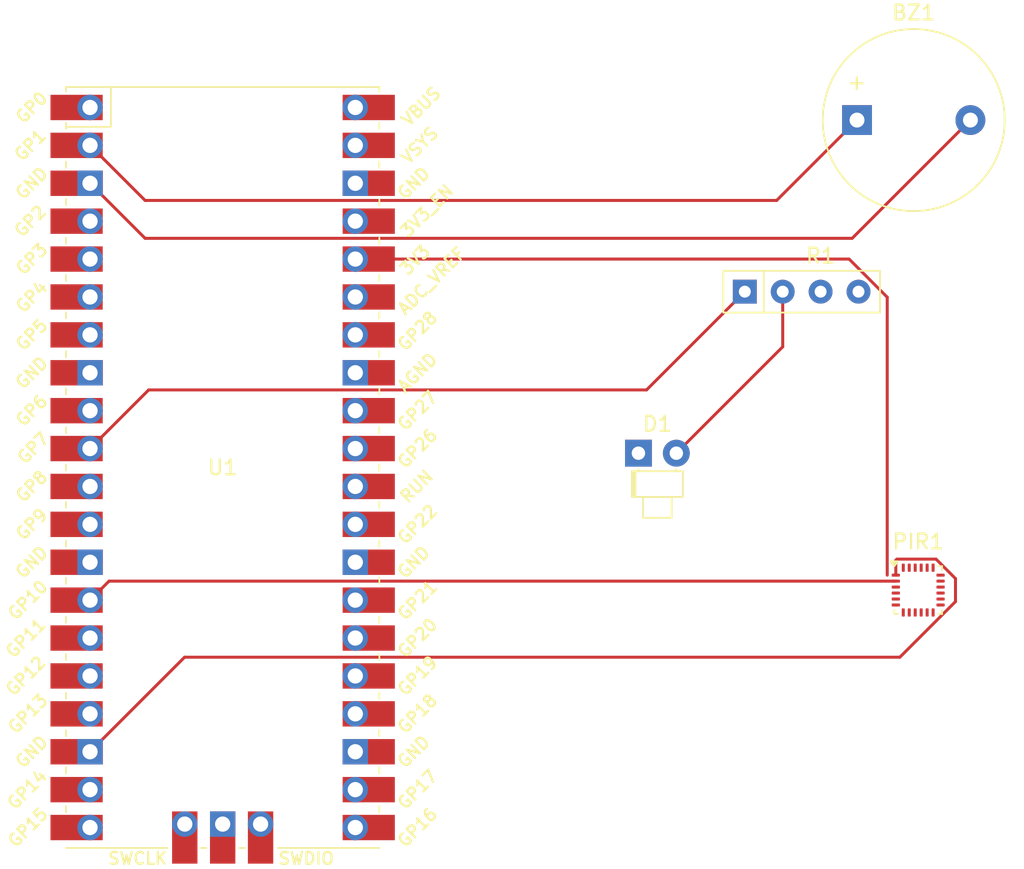
<source format=kicad_pcb>
(kicad_pcb (version 20240108) (generator "pcbnew") (generator_version "8.0")
  (layers (0 "F.Cu" signal) (31 "B.Cu" signal) (34 "B.Paste" user) (35 "F.Paste" user) (36 "B.SilkS" user "B.Silkscreen") (37 "F.SilkS" user "F.Silkscreen") (38 "B.Mask" user) (39 "F.Mask" user) (44 "Edge.Cuts" user))
  (net 0 "")
  (net 1 "Net-(BZ1-+)")
  (net 2 "Net-(BZ1--)")
  (net 3 "Net-(D1-A)")
  (net 5 "Net-(PIR1-VCC)")
  (net 6 "Net-(PIR1-GND)")
  (net 7 "Net-(PIR1-DATA)")
  (net 8 "Net-(U1-GPIO7)")
  (footprint "Resistor_THT:R_Array_SIP4" (layer "F.Cu") (at 173.38 77)
    (property "Reference" "R1" (at 5.08 -2.4 0) (layer "F.SilkS"))
    (property "Value" "R")
    (fp_line (start -1.44 -1.4) (end -1.44 1.4) (stroke (width 0.12)) (layer "F.SilkS"))
    (fp_line (start -1.44 1.4) (end 9.06 1.4) (stroke (width 0.12)) (layer "F.SilkS"))
    (fp_line (start 1.27 -1.4) (end 1.27 1.4) (stroke (width 0.12)) (layer "F.SilkS"))
    (fp_line (start 9.06 -1.4) (end -1.44 -1.4) (stroke (width 0.12)) (layer "F.SilkS"))
    (fp_line (start 9.06 1.4) (end 9.06 -1.4) (stroke (width 0.12)) (layer "F.SilkS"))
    (pad "1" thru_hole rect (at 0 0) (size 1.6 1.6) (drill 0.8) (layers "*.Cu" "*.Mask") (net 8 "Net-(U1-GPIO7)"))
    (pad "2" thru_hole oval (at 2.54 0) (size 1.6 1.6) (drill 0.8) (layers "*.Cu" "*.Mask") (net 3 "Net-(D1-A)"))
    (pad "3" thru_hole oval (at 5.08 0) (size 1.6 1.6) (drill 0.8) (layers "*.Cu" "*.Mask"))
    (pad "4" thru_hole oval (at 7.62 0) (size 1.6 1.6) (drill 0.8) (layers "*.Cu" "*.Mask"))
  )
  (footprint "LED_THT:LED_D1.8mm_W1.8mm_H2.4mm_Horizontal_O1.27mm_Z1.6mm" (layer "F.Cu") (at 166.25 87.825)
    (property "Reference" "D1" (at 1.27 -1.96 0) (layer "F.SilkS"))
    (property "Value" "LED")
    (fp_line (start -0.44 1.21) (end -0.44 2.93) (stroke (width 0.12)) (layer "F.SilkS"))
    (fp_line (start -0.44 2.93) (end 2.98 2.93) (stroke (width 0.12)) (layer "F.SilkS"))
    (fp_line (start -0.32 1.21) (end -0.32 2.93) (stroke (width 0.12)) (layer "F.SilkS"))
    (fp_line (start -0.2 1.21) (end -0.2 2.93) (stroke (width 0.12)) (layer "F.SilkS"))
    (fp_line (start 0 1.08) (end 0 1.08) (stroke (width 0.12)) (layer "F.SilkS"))
    (fp_line (start 0 1.08) (end 0 1.21) (stroke (width 0.12)) (layer "F.SilkS"))
    (fp_line (start 0 1.21) (end 0 1.08) (stroke (width 0.12)) (layer "F.SilkS"))
    (fp_line (start 0 1.21) (end 0 1.21) (stroke (width 0.12)) (layer "F.SilkS"))
    (fp_line (start 0.31 2.93) (end 0.31 4.33) (stroke (width 0.12)) (layer "F.SilkS"))
    (fp_line (start 0.31 4.33) (end 2.23 4.33) (stroke (width 0.12)) (layer "F.SilkS"))
    (fp_line (start 2.23 2.93) (end 0.31 2.93) (stroke (width 0.12)) (layer "F.SilkS"))
    (fp_line (start 2.23 4.33) (end 2.23 2.93) (stroke (width 0.12)) (layer "F.SilkS"))
    (fp_line (start 2.54 1.08) (end 2.54 1.08) (stroke (width 0.12)) (layer "F.SilkS"))
    (fp_line (start 2.54 1.08) (end 2.54 1.21) (stroke (width 0.12)) (layer "F.SilkS"))
    (fp_line (start 2.54 1.21) (end 2.54 1.08) (stroke (width 0.12)) (layer "F.SilkS"))
    (fp_line (start 2.54 1.21) (end 2.54 1.21) (stroke (width 0.12)) (layer "F.SilkS"))
    (fp_line (start 2.98 1.21) (end -0.44 1.21) (stroke (width 0.12)) (layer "F.SilkS"))
    (fp_line (start 2.98 2.93) (end 2.98 1.21) (stroke (width 0.12)) (layer "F.SilkS"))
    (pad "1" thru_hole rect (at 0 0) (size 1.8 1.8) (drill 0.9) (layers "*.Cu" "*.Mask"))
    (pad "2" thru_hole circle (at 2.54 0) (size 1.8 1.8) (drill 0.9) (layers "*.Cu" "*.Mask") (net 3 "Net-(D1-A)"))
  )
  (footprint "Buzzer_Beeper:Buzzer_12x9.5RM7.6" (layer "F.Cu") (at 180.9 65.5)
    (property "Reference" "BZ1" (at 3.8 -7.2 0) (layer "F.SilkS"))
    (property "Value" "Buzzer")
    (fp_circle (center 3.8 0) (end 9.9 0) (stroke (width 0.12)) (fill none) (layer "F.SilkS"))
    (fp_text user "+" (at -0.01 -2.54 0) (layer "F.SilkS"))
    (pad "1" thru_hole rect (at 0 0) (size 2 2) (drill 1) (layers "*.Cu" "*.Mask") (net 1 "Net-(BZ1-+)"))
    (pad "2" thru_hole circle (at 7.6 0) (size 2 2) (drill 1) (layers "*.Cu" "*.Mask") (net 2 "Net-(BZ1--)"))
  )
  (footprint "Sensor_Motion:InvenSense_QFN-24_3x3mm_P0.4mm" (layer "F.Cu") (at 185 97)
    (property "Reference" "PIR1" (at 0 -3.25 0) (layer "F.SilkS"))
    (property "Value" "PIR_Motion_Sensor")
    (fp_line (start -1.6 1.6) (end -1.6 1.35) (stroke (width 0.12)) (layer "F.SilkS"))
    (fp_line (start -1.6 1.6) (end -1.35 1.6) (stroke (width 0.12)) (layer "F.SilkS"))
    (fp_line (start 1.6 -1.6) (end 1.35 -1.6) (stroke (width 0.12)) (layer "F.SilkS"))
    (fp_line (start 1.6 -1.6) (end 1.6 -1.35) (stroke (width 0.12)) (layer "F.SilkS"))
    (fp_line (start 1.6 1.6) (end 1.35 1.6) (stroke (width 0.12)) (layer "F.SilkS"))
    (fp_line (start 1.6 1.6) (end 1.6 1.35) (stroke (width 0.12)) (layer "F.SilkS"))
    (fp_poly (pts (xy -1.6 -1.6) (xy -1.84 -1.93) (xy -1.36 -1.93) (xy -1.6 -1.6)) (stroke (width 0.12)) (fill solid) (layer "F.SilkS"))
    (pad "1" smd roundrect (at -1.5 -1) (size 0.55 0.2) (layers "F.Cu" "F.Paste" "F.Mask") (net 6 "Net-(PIR1-GND)"))
    (pad "2" smd roundrect (at -1.5 -0.6) (size 0.55 0.2) (layers "F.Cu" "F.Paste" "F.Mask") (net 7 "Net-(PIR1-DATA)"))
    (pad "3" smd roundrect (at -1.5 -0.2) (size 0.55 0.2) (layers "F.Cu" "F.Paste" "F.Mask") (net 5 "Net-(PIR1-VCC)"))
    (pad "4" smd roundrect (at -1.5 0.2) (size 0.55 0.2) (layers "F.Cu" "F.Paste" "F.Mask"))
    (pad "5" smd roundrect (at -1.5 0.6) (size 0.55 0.2) (layers "F.Cu" "F.Paste" "F.Mask"))
    (pad "6" smd roundrect (at -1.5 1) (size 0.55 0.2) (layers "F.Cu" "F.Paste" "F.Mask"))
    (pad "7" smd roundrect (at -1 1.5 90) (size 0.55 0.2) (layers "F.Cu" "F.Paste" "F.Mask"))
    (pad "8" smd roundrect (at -0.6 1.5 90) (size 0.55 0.2) (layers "F.Cu" "F.Paste" "F.Mask"))
    (pad "9" smd roundrect (at -0.2 1.5 90) (size 0.55 0.2) (layers "F.Cu" "F.Paste" "F.Mask"))
    (pad "10" smd roundrect (at 0.2 1.5 90) (size 0.55 0.2) (layers "F.Cu" "F.Paste" "F.Mask"))
    (pad "11" smd roundrect (at 0.6 1.5 90) (size 0.55 0.2) (layers "F.Cu" "F.Paste" "F.Mask"))
    (pad "12" smd roundrect (at 1 1.5 90) (size 0.55 0.2) (layers "F.Cu" "F.Paste" "F.Mask"))
    (pad "13" smd roundrect (at 1.5 1) (size 0.55 0.2) (layers "F.Cu" "F.Paste" "F.Mask"))
    (pad "14" smd roundrect (at 1.5 0.6) (size 0.55 0.2) (layers "F.Cu" "F.Paste" "F.Mask"))
    (pad "15" smd roundrect (at 1.5 0.2) (size 0.55 0.2) (layers "F.Cu" "F.Paste" "F.Mask"))
    (pad "16" smd roundrect (at 1.5 -0.2) (size 0.55 0.2) (layers "F.Cu" "F.Paste" "F.Mask"))
    (pad "17" smd roundrect (at 1.5 -0.6) (size 0.55 0.2) (layers "F.Cu" "F.Paste" "F.Mask"))
    (pad "18" smd roundrect (at 1.5 -1) (size 0.55 0.2) (layers "F.Cu" "F.Paste" "F.Mask"))
    (pad "19" smd roundrect (at 1 -1.5 90) (size 0.55 0.2) (layers "F.Cu" "F.Paste" "F.Mask"))
    (pad "20" smd roundrect (at 0.6 -1.5 90) (size 0.55 0.2) (layers "F.Cu" "F.Paste" "F.Mask"))
    (pad "21" smd roundrect (at 0.2 -1.5 90) (size 0.55 0.2) (layers "F.Cu" "F.Paste" "F.Mask"))
    (pad "22" smd roundrect (at -0.2 -1.5 90) (size 0.55 0.2) (layers "F.Cu" "F.Paste" "F.Mask"))
    (pad "23" smd roundrect (at -0.6 -1.5 90) (size 0.55 0.2) (layers "F.Cu" "F.Paste" "F.Mask"))
    (pad "24" smd roundrect (at -1 -1.5 90) (size 0.55 0.2) (layers "F.Cu" "F.Paste" "F.Mask"))
  )
  (footprint "MCU_RaspberryPi_and_Boards:RPi_Pico_SMD_TH" (layer "F.Cu") (at 138.385 88.785)
    (property "Reference" "U1" (at 0 0 0) (layer "F.SilkS"))
    (property "Value" "Pico")
    (fp_line (start -10.5 -25.5) (end -10.5 -25.2) (stroke (width 0.12)) (layer "F.SilkS"))
    (fp_line (start -10.5 -25.5) (end 10.5 -25.5) (stroke (width 0.12)) (layer "F.SilkS"))
    (fp_line (start -10.5 -23.1) (end -10.5 -22.7) (stroke (width 0.12)) (layer "F.SilkS"))
    (fp_line (start -10.5 -22.833) (end -7.493 -22.833) (stroke (width 0.12)) (layer "F.SilkS"))
    (fp_line (start -10.5 -20.5) (end -10.5 -20.1) (stroke (width 0.12)) (layer "F.SilkS"))
    (fp_line (start -10.5 -18) (end -10.5 -17.6) (stroke (width 0.12)) (layer "F.SilkS"))
    (fp_line (start -10.5 -15.4) (end -10.5 -15) (stroke (width 0.12)) (layer "F.SilkS"))
    (fp_line (start -10.5 -12.9) (end -10.5 -12.5) (stroke (width 0.12)) (layer "F.SilkS"))
    (fp_line (start -10.5 -10.4) (end -10.5 -10) (stroke (width 0.12)) (layer "F.SilkS"))
    (fp_line (start -10.5 -7.8) (end -10.5 -7.4) (stroke (width 0.12)) (layer "F.SilkS"))
    (fp_line (start -10.5 -5.3) (end -10.5 -4.9) (stroke (width 0.12)) (layer "F.SilkS"))
    (fp_line (start -10.5 -2.7) (end -10.5 -2.3) (stroke (width 0.12)) (layer "F.SilkS"))
    (fp_line (start -10.5 -0.2) (end -10.5 0.2) (stroke (width 0.12)) (layer "F.SilkS"))
    (fp_line (start -10.5 2.3) (end -10.5 2.7) (stroke (width 0.12)) (layer "F.SilkS"))
    (fp_line (start -10.5 4.9) (end -10.5 5.3) (stroke (width 0.12)) (layer "F.SilkS"))
    (fp_line (start -10.5 7.4) (end -10.5 7.8) (stroke (width 0.12)) (layer "F.SilkS"))
    (fp_line (start -10.5 10) (end -10.5 10.4) (stroke (width 0.12)) (layer "F.SilkS"))
    (fp_line (start -10.5 12.5) (end -10.5 12.9) (stroke (width 0.12)) (layer "F.SilkS"))
    (fp_line (start -10.5 15.1) (end -10.5 15.5) (stroke (width 0.12)) (layer "F.SilkS"))
    (fp_line (start -10.5 17.6) (end -10.5 18) (stroke (width 0.12)) (layer "F.SilkS"))
    (fp_line (start -10.5 20.1) (end -10.5 20.5) (stroke (width 0.12)) (layer "F.SilkS"))
    (fp_line (start -10.5 22.7) (end -10.5 23.1) (stroke (width 0.12)) (layer "F.SilkS"))
    (fp_line (start -7.493 -22.833) (end -7.493 -25.5) (stroke (width 0.12)) (layer "F.SilkS"))
    (fp_line (start -3.7 25.5) (end -10.5 25.5) (stroke (width 0.12)) (layer "F.SilkS"))
    (fp_line (start -1.5 25.5) (end -1.1 25.5) (stroke (width 0.12)) (layer "F.SilkS"))
    (fp_line (start 1.1 25.5) (end 1.5 25.5) (stroke (width 0.12)) (layer "F.SilkS"))
    (fp_line (start 10.5 -25.5) (end 10.5 -25.2) (stroke (width 0.12)) (layer "F.SilkS"))
    (fp_line (start 10.5 -23.1) (end 10.5 -22.7) (stroke (width 0.12)) (layer "F.SilkS"))
    (fp_line (start 10.5 -20.5) (end 10.5 -20.1) (stroke (width 0.12)) (layer "F.SilkS"))
    (fp_line (start 10.5 -18) (end 10.5 -17.6) (stroke (width 0.12)) (layer "F.SilkS"))
    (fp_line (start 10.5 -15.4) (end 10.5 -15) (stroke (width 0.12)) (layer "F.SilkS"))
    (fp_line (start 10.5 -12.9) (end 10.5 -12.5) (stroke (width 0.12)) (layer "F.SilkS"))
    (fp_line (start 10.5 -10.4) (end 10.5 -10) (stroke (width 0.12)) (layer "F.SilkS"))
    (fp_line (start 10.5 -7.8) (end 10.5 -7.4) (stroke (width 0.12)) (layer "F.SilkS"))
    (fp_line (start 10.5 -5.3) (end 10.5 -4.9) (stroke (width 0.12)) (layer "F.SilkS"))
    (fp_line (start 10.5 -2.7) (end 10.5 -2.3) (stroke (width 0.12)) (layer "F.SilkS"))
    (fp_line (start 10.5 -0.2) (end 10.5 0.2) (stroke (width 0.12)) (layer "F.SilkS"))
    (fp_line (start 10.5 2.3) (end 10.5 2.7) (stroke (width 0.12)) (layer "F.SilkS"))
    (fp_line (start 10.5 4.9) (end 10.5 5.3) (stroke (width 0.12)) (layer "F.SilkS"))
    (fp_line (start 10.5 7.4) (end 10.5 7.8) (stroke (width 0.12)) (layer "F.SilkS"))
    (fp_line (start 10.5 10) (end 10.5 10.4) (stroke (width 0.12)) (layer "F.SilkS"))
    (fp_line (start 10.5 12.5) (end 10.5 12.9) (stroke (width 0.12)) (layer "F.SilkS"))
    (fp_line (start 10.5 15.1) (end 10.5 15.5) (stroke (width 0.12)) (layer "F.SilkS"))
    (fp_line (start 10.5 17.6) (end 10.5 18) (stroke (width 0.12)) (layer "F.SilkS"))
    (fp_line (start 10.5 20.1) (end 10.5 20.5) (stroke (width 0.12)) (layer "F.SilkS"))
    (fp_line (start 10.5 22.7) (end 10.5 23.1) (stroke (width 0.12)) (layer "F.SilkS"))
    (fp_line (start 10.5 25.5) (end 3.7 25.5) (stroke (width 0.12)) (layer "F.SilkS"))
    (fp_text user "GP3" (at -12.8 -13.97 45) (layer "F.SilkS") (effects (font (size 0.8 0.8))))
    (fp_text user "GP17" (at 13.054 21.59 45) (layer "F.SilkS") (effects (font (size 0.8 0.8))))
    (fp_text user "GP0" (at -12.8 -24.13 45) (layer "F.SilkS") (effects (font (size 0.8 0.8))))
    (fp_text user "GND" (at -12.8 6.35 45) (layer "F.SilkS") (effects (font (size 0.8 0.8))))
    (fp_text user "GP11" (at -13.2 11.43 45) (layer "F.SilkS") (effects (font (size 0.8 0.8))))
    (fp_text user "GP5" (at -12.8 -8.89 45) (layer "F.SilkS") (effects (font (size 0.8 0.8))))
    (fp_text user "GP9" (at -12.8 3.81 45) (layer "F.SilkS") (effects (font (size 0.8 0.8))))
    (fp_text user "GND" (at 12.8 19.05 45) (layer "F.SilkS") (effects (font (size 0.8 0.8))))
    (fp_text user "GP26" (at 13.054 -1.27 45) (layer "F.SilkS") (effects (font (size 0.8 0.8))))
    (fp_text user "GP18" (at 13.054 16.51 45) (layer "F.SilkS") (effects (font (size 0.8 0.8))))
    (fp_text user "GP13" (at -13.054 16.51 45) (layer "F.SilkS") (effects (font (size 0.8 0.8))))
    (fp_text user "VSYS" (at 13.2 -21.59 45) (layer "F.SilkS") (effects (font (size 0.8 0.8))))
    (fp_text user "GP27" (at 13.054 -3.8 45) (layer "F.SilkS") (effects (font (size 0.8 0.8))))
    (fp_text user "GP6" (at -12.8 -3.81 45) (layer "F.SilkS") (effects (font (size 0.8 0.8))))
    (fp_text user "GP21" (at 13.054 8.9 45) (layer "F.SilkS") (effects (font (size 0.8 0.8))))
    (fp_text user "GP8" (at -12.8 1.27 45) (layer "F.SilkS") (effects (font (size 0.8 0.8))))
    (fp_text user "3V3" (at 12.9 -13.9 45) (layer "F.SilkS") (effects (font (size 0.8 0.8))))
    (fp_text user "RUN" (at 13 1.27 45) (layer "F.SilkS") (effects (font (size 0.8 0.8))))
    (fp_text user "GP2" (at -12.9 -16.51 45) (layer "F.SilkS") (effects (font (size 0.8 0.8))))
    (fp_text user "GP14" (at -13.1 21.59 45) (layer "F.SilkS") (effects (font (size 0.8 0.8))))
    (fp_text user "3V3_EN" (at 13.7 -17.2 45) (layer "F.SilkS") (effects (font (size 0.8 0.8))))
    (fp_text user "GND" (at -12.8 -6.35 45) (layer "F.SilkS") (effects (font (size 0.8 0.8))))
    (fp_text user "GP1" (at -12.9 -21.6 45) (layer "F.SilkS") (effects (font (size 0.8 0.8))))
    (fp_text user "SWCLK" (at -5.7 26.2 0) (layer "F.SilkS") (effects (font (size 0.8 0.8))))
    (fp_text user "GP12" (at -13.2 13.97 45) (layer "F.SilkS") (effects (font (size 0.8 0.8))))
    (fp_text user "GND" (at 12.8 -19.05 45) (layer "F.SilkS") (effects (font (size 0.8 0.8))))
    (fp_text user "GND" (at -12.8 -19.05 45) (layer "F.SilkS") (effects (font (size 0.8 0.8))))
    (fp_text user "GP7" (at -12.7 -1.3 45) (layer "F.SilkS") (effects (font (size 0.8 0.8))))
    (fp_text user "ADC_VREF" (at 14 -12.5 45) (layer "F.SilkS") (effects (font (size 0.8 0.8))))
    (fp_text user "GP20" (at 13.054 11.43 45) (layer "F.SilkS") (effects (font (size 0.8 0.8))))
    (fp_text user "VBUS" (at 13.3 -24.2 45) (layer "F.SilkS") (effects (font (size 0.8 0.8))))
    (fp_text user "GND" (at 12.8 6.35 45) (layer "F.SilkS") (effects (font (size 0.8 0.8))))
    (fp_text user "SWDIO" (at 5.6 26.2 0) (layer "F.SilkS") (effects (font (size 0.8 0.8))))
    (fp_text user "GP19" (at 13.054 13.97 45) (layer "F.SilkS") (effects (font (size 0.8 0.8))))
    (fp_text user "AGND" (at 13.054 -6.35 45) (layer "F.SilkS") (effects (font (size 0.8 0.8))))
    (fp_text user "GP15" (at -13.054 24.13 45) (layer "F.SilkS") (effects (font (size 0.8 0.8))))
    (fp_text user "GP22" (at 13.054 3.81 45) (layer "F.SilkS") (effects (font (size 0.8 0.8))))
    (fp_text user "GP28" (at 13.054 -9.144 45) (layer "F.SilkS") (effects (font (size 0.8 0.8))))
    (fp_text user "GP16" (at 13.054 24.13 45) (layer "F.SilkS") (effects (font (size 0.8 0.8))))
    (fp_text user "GP4" (at -12.8 -11.43 45) (layer "F.SilkS") (effects (font (size 0.8 0.8))))
    (fp_text user "GP10" (at -13.054 8.89 45) (layer "F.SilkS") (effects (font (size 0.8 0.8))))
    (fp_text user "GND" (at -12.8 19.05 45) (layer "F.SilkS") (effects (font (size 0.8 0.8))))
    (pad "" np_thru_hole oval (at -2.725 -24) (size 1.8 1.8) (drill 1.8) (layers "*.Cu" "*.Mask"))
    (pad "" np_thru_hole oval (at -2.425 -20.97) (size 1.5 1.5) (drill 1.5) (layers "*.Cu" "*.Mask"))
    (pad "" np_thru_hole oval (at 2.425 -20.97) (size 1.5 1.5) (drill 1.5) (layers "*.Cu" "*.Mask"))
    (pad "" np_thru_hole oval (at 2.725 -24) (size 1.8 1.8) (drill 1.8) (layers "*.Cu" "*.Mask"))
    (pad "1" thru_hole oval (at -8.89 -24.13) (size 1.7 1.7) (drill 1.02) (layers "*.Cu" "*.Mask"))
    (pad "1" smd rect (at -8.89 -24.13) (size 3.5 1.7) (drill (offset -0.9 0)) (layers "F.Cu" "F.Mask"))
    (pad "2" thru_hole oval (at -8.89 -21.59) (size 1.7 1.7) (drill 1.02) (layers "*.Cu" "*.Mask") (net 1 "Net-(BZ1-+)"))
    (pad "2" smd rect (at -8.89 -21.59) (size 3.5 1.7) (drill (offset -0.9 0)) (layers "F.Cu" "F.Mask") (net 1 "Net-(BZ1-+)"))
    (pad "3" thru_hole rect (at -8.89 -19.05) (size 1.7 1.7) (drill 1.02) (layers "*.Cu" "*.Mask") (net 2 "Net-(BZ1--)"))
    (pad "3" smd rect (at -8.89 -19.05) (size 3.5 1.7) (drill (offset -0.9 0)) (layers "F.Cu" "F.Mask") (net 2 "Net-(BZ1--)"))
    (pad "4" thru_hole oval (at -8.89 -16.51) (size 1.7 1.7) (drill 1.02) (layers "*.Cu" "*.Mask"))
    (pad "4" smd rect (at -8.89 -16.51) (size 3.5 1.7) (drill (offset -0.9 0)) (layers "F.Cu" "F.Mask"))
    (pad "5" thru_hole oval (at -8.89 -13.97) (size 1.7 1.7) (drill 1.02) (layers "*.Cu" "*.Mask"))
    (pad "5" smd rect (at -8.89 -13.97) (size 3.5 1.7) (drill (offset -0.9 0)) (layers "F.Cu" "F.Mask"))
    (pad "6" thru_hole oval (at -8.89 -11.43) (size 1.7 1.7) (drill 1.02) (layers "*.Cu" "*.Mask"))
    (pad "6" smd rect (at -8.89 -11.43) (size 3.5 1.7) (drill (offset -0.9 0)) (layers "F.Cu" "F.Mask"))
    (pad "7" thru_hole oval (at -8.89 -8.89) (size 1.7 1.7) (drill 1.02) (layers "*.Cu" "*.Mask"))
    (pad "7" smd rect (at -8.89 -8.89) (size 3.5 1.7) (drill (offset -0.9 0)) (layers "F.Cu" "F.Mask"))
    (pad "8" thru_hole rect (at -8.89 -6.35) (size 1.7 1.7) (drill 1.02) (layers "*.Cu" "*.Mask"))
    (pad "8" smd rect (at -8.89 -6.35) (size 3.5 1.7) (drill (offset -0.9 0)) (layers "F.Cu" "F.Mask"))
    (pad "9" thru_hole oval (at -8.89 -3.81) (size 1.7 1.7) (drill 1.02) (layers "*.Cu" "*.Mask"))
    (pad "9" smd rect (at -8.89 -3.81) (size 3.5 1.7) (drill (offset -0.9 0)) (layers "F.Cu" "F.Mask"))
    (pad "10" thru_hole oval (at -8.89 -1.27) (size 1.7 1.7) (drill 1.02) (layers "*.Cu" "*.Mask") (net 8 "Net-(U1-GPIO7)"))
    (pad "10" smd rect (at -8.89 -1.27) (size 3.5 1.7) (drill (offset -0.9 0)) (layers "F.Cu" "F.Mask") (net 8 "Net-(U1-GPIO7)"))
    (pad "11" thru_hole oval (at -8.89 1.27) (size 1.7 1.7) (drill 1.02) (layers "*.Cu" "*.Mask"))
    (pad "11" smd rect (at -8.89 1.27) (size 3.5 1.7) (drill (offset -0.9 0)) (layers "F.Cu" "F.Mask"))
    (pad "12" thru_hole oval (at -8.89 3.81) (size 1.7 1.7) (drill 1.02) (layers "*.Cu" "*.Mask"))
    (pad "12" smd rect (at -8.89 3.81) (size 3.5 1.7) (drill (offset -0.9 0)) (layers "F.Cu" "F.Mask"))
    (pad "13" thru_hole rect (at -8.89 6.35) (size 1.7 1.7) (drill 1.02) (layers "*.Cu" "*.Mask"))
    (pad "13" smd rect (at -8.89 6.35) (size 3.5 1.7) (drill (offset -0.9 0)) (layers "F.Cu" "F.Mask"))
    (pad "14" thru_hole oval (at -8.89 8.89) (size 1.7 1.7) (drill 1.02) (layers "*.Cu" "*.Mask") (net 7 "Net-(PIR1-DATA)"))
    (pad "14" smd rect (at -8.89 8.89) (size 3.5 1.7) (drill (offset -0.9 0)) (layers "F.Cu" "F.Mask") (net 7 "Net-(PIR1-DATA)"))
    (pad "15" thru_hole oval (at -8.89 11.43) (size 1.7 1.7) (drill 1.02) (layers "*.Cu" "*.Mask"))
    (pad "15" smd rect (at -8.89 11.43) (size 3.5 1.7) (drill (offset -0.9 0)) (layers "F.Cu" "F.Mask"))
    (pad "16" thru_hole oval (at -8.89 13.97) (size 1.7 1.7) (drill 1.02) (layers "*.Cu" "*.Mask"))
    (pad "16" smd rect (at -8.89 13.97) (size 3.5 1.7) (drill (offset -0.9 0)) (layers "F.Cu" "F.Mask"))
    (pad "17" thru_hole oval (at -8.89 16.51) (size 1.7 1.7) (drill 1.02) (layers "*.Cu" "*.Mask"))
    (pad "17" smd rect (at -8.89 16.51) (size 3.5 1.7) (drill (offset -0.9 0)) (layers "F.Cu" "F.Mask"))
    (pad "18" thru_hole rect (at -8.89 19.05) (size 1.7 1.7) (drill 1.02) (layers "*.Cu" "*.Mask") (net 6 "Net-(PIR1-GND)"))
    (pad "18" smd rect (at -8.89 19.05) (size 3.5 1.7) (drill (offset -0.9 0)) (layers "F.Cu" "F.Mask") (net 6 "Net-(PIR1-GND)"))
    (pad "19" thru_hole oval (at -8.89 21.59) (size 1.7 1.7) (drill 1.02) (layers "*.Cu" "*.Mask"))
    (pad "19" smd rect (at -8.89 21.59) (size 3.5 1.7) (drill (offset -0.9 0)) (layers "F.Cu" "F.Mask"))
    (pad "20" thru_hole oval (at -8.89 24.13) (size 1.7 1.7) (drill 1.02) (layers "*.Cu" "*.Mask"))
    (pad "20" smd rect (at -8.89 24.13) (size 3.5 1.7) (drill (offset -0.9 0)) (layers "F.Cu" "F.Mask"))
    (pad "21" thru_hole oval (at 8.89 24.13) (size 1.7 1.7) (drill 1.02) (layers "*.Cu" "*.Mask"))
    (pad "21" smd rect (at 8.89 24.13) (size 3.5 1.7) (drill (offset 0.9 0)) (layers "F.Cu" "F.Mask"))
    (pad "22" thru_hole oval (at 8.89 21.59) (size 1.7 1.7) (drill 1.02) (layers "*.Cu" "*.Mask"))
    (pad "22" smd rect (at 8.89 21.59) (size 3.5 1.7) (drill (offset 0.9 0)) (layers "F.Cu" "F.Mask"))
    (pad "23" thru_hole rect (at 8.89 19.05) (size 1.7 1.7) (drill 1.02) (layers "*.Cu" "*.Mask"))
    (pad "23" smd rect (at 8.89 19.05) (size 3.5 1.7) (drill (offset 0.9 0)) (layers "F.Cu" "F.Mask"))
    (pad "24" thru_hole oval (at 8.89 16.51) (size 1.7 1.7) (drill 1.02) (layers "*.Cu" "*.Mask"))
    (pad "24" smd rect (at 8.89 16.51) (size 3.5 1.7) (drill (offset 0.9 0)) (layers "F.Cu" "F.Mask"))
    (pad "25" thru_hole oval (at 8.89 13.97) (size 1.7 1.7) (drill 1.02) (layers "*.Cu" "*.Mask"))
    (pad "25" smd rect (at 8.89 13.97) (size 3.5 1.7) (drill (offset 0.9 0)) (layers "F.Cu" "F.Mask"))
    (pad "26" thru_hole oval (at 8.89 11.43) (size 1.7 1.7) (drill 1.02) (layers "*.Cu" "*.Mask"))
    (pad "26" smd rect (at 8.89 11.43) (size 3.5 1.7) (drill (offset 0.9 0)) (layers "F.Cu" "F.Mask"))
    (pad "27" thru_hole oval (at 8.89 8.89) (size 1.7 1.7) (drill 1.02) (layers "*.Cu" "*.Mask"))
    (pad "27" smd rect (at 8.89 8.89) (size 3.5 1.7) (drill (offset 0.9 0)) (layers "F.Cu" "F.Mask"))
    (pad "28" thru_hole rect (at 8.89 6.35) (size 1.7 1.7) (drill 1.02) (layers "*.Cu" "*.Mask"))
    (pad "28" smd rect (at 8.89 6.35) (size 3.5 1.7) (drill (offset 0.9 0)) (layers "F.Cu" "F.Mask"))
    (pad "29" thru_hole oval (at 8.89 3.81) (size 1.7 1.7) (drill 1.02) (layers "*.Cu" "*.Mask"))
    (pad "29" smd rect (at 8.89 3.81) (size 3.5 1.7) (drill (offset 0.9 0)) (layers "F.Cu" "F.Mask"))
    (pad "30" thru_hole oval (at 8.89 1.27) (size 1.7 1.7) (drill 1.02) (layers "*.Cu" "*.Mask"))
    (pad "30" smd rect (at 8.89 1.27) (size 3.5 1.7) (drill (offset 0.9 0)) (layers "F.Cu" "F.Mask"))
    (pad "31" thru_hole oval (at 8.89 -1.27) (size 1.7 1.7) (drill 1.02) (layers "*.Cu" "*.Mask"))
    (pad "31" smd rect (at 8.89 -1.27) (size 3.5 1.7) (drill (offset 0.9 0)) (layers "F.Cu" "F.Mask"))
    (pad "32" thru_hole oval (at 8.89 -3.81) (size 1.7 1.7) (drill 1.02) (layers "*.Cu" "*.Mask"))
    (pad "32" smd rect (at 8.89 -3.81) (size 3.5 1.7) (drill (offset 0.9 0)) (layers "F.Cu" "F.Mask"))
    (pad "33" thru_hole rect (at 8.89 -6.35) (size 1.7 1.7) (drill 1.02) (layers "*.Cu" "*.Mask"))
    (pad "33" smd rect (at 8.89 -6.35) (size 3.5 1.7) (drill (offset 0.9 0)) (layers "F.Cu" "F.Mask"))
    (pad "34" thru_hole oval (at 8.89 -8.89) (size 1.7 1.7) (drill 1.02) (layers "*.Cu" "*.Mask"))
    (pad "34" smd rect (at 8.89 -8.89) (size 3.5 1.7) (drill (offset 0.9 0)) (layers "F.Cu" "F.Mask"))
    (pad "35" thru_hole oval (at 8.89 -11.43) (size 1.7 1.7) (drill 1.02) (layers "*.Cu" "*.Mask"))
    (pad "35" smd rect (at 8.89 -11.43) (size 3.5 1.7) (drill (offset 0.9 0)) (layers "F.Cu" "F.Mask"))
    (pad "36" thru_hole oval (at 8.89 -13.97) (size 1.7 1.7) (drill 1.02) (layers "*.Cu" "*.Mask") (net 5 "Net-(PIR1-VCC)"))
    (pad "36" smd rect (at 8.89 -13.97) (size 3.5 1.7) (drill (offset 0.9 0)) (layers "F.Cu" "F.Mask") (net 5 "Net-(PIR1-VCC)"))
    (pad "37" thru_hole oval (at 8.89 -16.51) (size 1.7 1.7) (drill 1.02) (layers "*.Cu" "*.Mask"))
    (pad "37" smd rect (at 8.89 -16.51) (size 3.5 1.7) (drill (offset 0.9 0)) (layers "F.Cu" "F.Mask"))
    (pad "38" thru_hole rect (at 8.89 -19.05) (size 1.7 1.7) (drill 1.02) (layers "*.Cu" "*.Mask"))
    (pad "38" smd rect (at 8.89 -19.05) (size 3.5 1.7) (drill (offset 0.9 0)) (layers "F.Cu" "F.Mask"))
    (pad "39" thru_hole oval (at 8.89 -21.59) (size 1.7 1.7) (drill 1.02) (layers "*.Cu" "*.Mask"))
    (pad "39" smd rect (at 8.89 -21.59) (size 3.5 1.7) (drill (offset 0.9 0)) (layers "F.Cu" "F.Mask"))
    (pad "40" thru_hole oval (at 8.89 -24.13) (size 1.7 1.7) (drill 1.02) (layers "*.Cu" "*.Mask"))
    (pad "40" smd rect (at 8.89 -24.13) (size 3.5 1.7) (drill (offset 0.9 0)) (layers "F.Cu" "F.Mask"))
    (pad "41" thru_hole oval (at -2.54 23.9) (size 1.7 1.7) (drill 1.02) (layers "*.Cu" "*.Mask"))
    (pad "41" smd rect (at -2.54 23.9 90) (size 3.5 1.7) (drill (offset -0.9 0)) (layers "F.Cu" "F.Mask"))
    (pad "42" thru_hole rect (at 0 23.9) (size 1.7 1.7) (drill 1.02) (layers "*.Cu" "*.Mask"))
    (pad "42" smd rect (at 0 23.9 90) (size 3.5 1.7) (drill (offset -0.9 0)) (layers "F.Cu" "F.Mask"))
    (pad "43" thru_hole oval (at 2.54 23.9) (size 1.7 1.7) (drill 1.02) (layers "*.Cu" "*.Mask"))
    (pad "43" smd rect (at 2.54 23.9 90) (size 3.5 1.7) (drill (offset -0.9 0)) (layers "F.Cu" "F.Mask"))
  )
  (segment (start 175.515 70.885) (end 133.185 70.885) (width 0.2) (layer "F.Cu") (net 1))
  (segment (start 133.185 70.885) (end 129.495 67.195) (width 0.2) (layer "F.Cu") (net 1))
  (segment (start 180.9 65.5) (end 175.515 70.885) (width 0.2) (layer "F.Cu") (net 1))
  (segment (start 188.5 65.5) (end 180.575 73.425) (width 0.2) (layer "F.Cu") (net 2))
  (segment (start 180.575 73.425) (end 133.185 73.425) (width 0.2) (layer "F.Cu") (net 2))
  (segment (start 133.185 73.425) (end 129.495 69.735) (width 0.2) (layer "F.Cu") (net 2))
  (segment (start 175.92 80.695) (end 168.79 87.825) (width 0.2) (layer "F.Cu") (net 3))
  (segment (start 175.92 77) (end 175.92 80.695) (width 0.2) (layer "F.Cu") (net 3))
  (segment (start 182.925 77.369365) (end 182.925 96) (width 0.2) (layer "F.Cu") (net 5))
  (segment (start 147.275 74.815) (end 180.370635 74.815) (width 0.2) (layer "F.Cu") (net 5))
  (segment (start 180.370635 74.815) (end 182.925 77.369365) (width 0.2) (layer "F.Cu") (net 5))
  (segment (start 129.495 107.835) (end 135.83 101.5) (width 0.2) (layer "F.Cu") (net 6))
  (segment (start 183.5 95) (end 183.5 96) (width 0.2) (layer "F.Cu") (net 6))
  (segment (start 135.83 101.5) (end 183.77136 101.5) (width 0.2) (layer "F.Cu") (net 6))
  (segment (start 187.5 96.22864) (end 186.19636 94.925) (width 0.2) (layer "F.Cu") (net 6))
  (segment (start 183.77136 101.5) (end 187.5 97.77136) (width 0.2) (layer "F.Cu") (net 6))
  (segment (start 186.19636 94.925) (end 183.575 94.925) (width 0.2) (layer "F.Cu") (net 6))
  (segment (start 183.575 94.925) (end 183.5 95) (width 0.2) (layer "F.Cu") (net 6))
  (segment (start 187.5 97.77136) (end 187.5 96.22864) (width 0.2) (layer "F.Cu") (net 6))
  (segment (start 129.495 97.675) (end 130.77 96.4) (width 0.2) (layer "F.Cu") (net 7))
  (segment (start 130.77 96.4) (end 183.5 96.4) (width 0.2) (layer "F.Cu") (net 7))
  (segment (start 166.795 83.585) (end 133.425 83.585) (width 0.2) (layer "F.Cu") (net 8))
  (segment (start 133.425 83.585) (end 129.495 87.515) (width 0.2) (layer "F.Cu") (net 8))
  (segment (start 173.38 77) (end 166.795 83.585) (width 0.2) (layer "F.Cu") (net 8))
)
</source>
